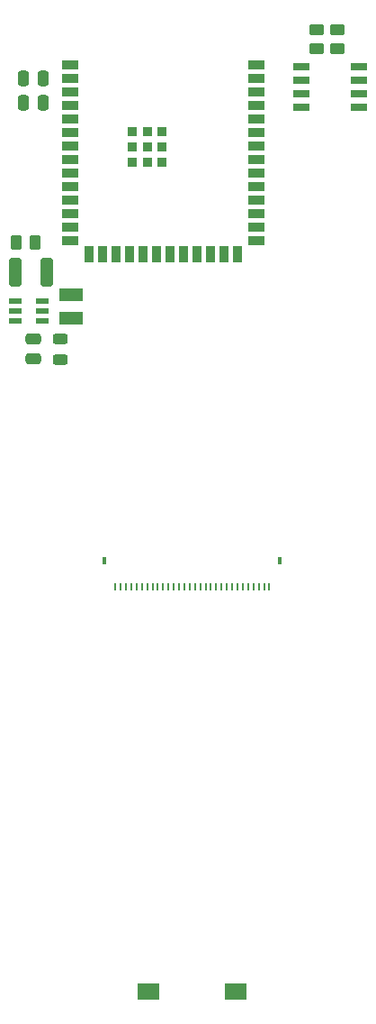
<source format=gtp>
G04 #@! TF.GenerationSoftware,KiCad,Pcbnew,8.0.1*
G04 #@! TF.CreationDate,2024-04-14T23:13:04-04:00*
G04 #@! TF.ProjectId,Bird3Controller,42697264-3343-46f6-9e74-726f6c6c6572,rev?*
G04 #@! TF.SameCoordinates,Original*
G04 #@! TF.FileFunction,Paste,Top*
G04 #@! TF.FilePolarity,Positive*
%FSLAX46Y46*%
G04 Gerber Fmt 4.6, Leading zero omitted, Abs format (unit mm)*
G04 Created by KiCad (PCBNEW 8.0.1) date 2024-04-14 23:13:04*
%MOMM*%
%LPD*%
G01*
G04 APERTURE LIST*
G04 Aperture macros list*
%AMRoundRect*
0 Rectangle with rounded corners*
0 $1 Rounding radius*
0 $2 $3 $4 $5 $6 $7 $8 $9 X,Y pos of 4 corners*
0 Add a 4 corners polygon primitive as box body*
4,1,4,$2,$3,$4,$5,$6,$7,$8,$9,$2,$3,0*
0 Add four circle primitives for the rounded corners*
1,1,$1+$1,$2,$3*
1,1,$1+$1,$4,$5*
1,1,$1+$1,$6,$7*
1,1,$1+$1,$8,$9*
0 Add four rect primitives between the rounded corners*
20,1,$1+$1,$2,$3,$4,$5,0*
20,1,$1+$1,$4,$5,$6,$7,0*
20,1,$1+$1,$6,$7,$8,$9,0*
20,1,$1+$1,$8,$9,$2,$3,0*%
G04 Aperture macros list end*
%ADD10R,2.000000X1.500000*%
%ADD11R,1.250000X0.600000*%
%ADD12R,1.525000X0.650000*%
%ADD13RoundRect,0.250000X0.325000X1.100000X-0.325000X1.100000X-0.325000X-1.100000X0.325000X-1.100000X0*%
%ADD14RoundRect,0.243750X0.456250X-0.243750X0.456250X0.243750X-0.456250X0.243750X-0.456250X-0.243750X0*%
%ADD15RoundRect,0.250000X0.250000X0.475000X-0.250000X0.475000X-0.250000X-0.475000X0.250000X-0.475000X0*%
%ADD16R,2.200000X1.200000*%
%ADD17R,1.500000X0.900000*%
%ADD18R,0.900000X1.500000*%
%ADD19R,0.900000X0.900000*%
%ADD20RoundRect,0.250000X-0.450000X0.262500X-0.450000X-0.262500X0.450000X-0.262500X0.450000X0.262500X0*%
%ADD21RoundRect,0.250000X0.450000X-0.262500X0.450000X0.262500X-0.450000X0.262500X-0.450000X-0.262500X0*%
%ADD22RoundRect,0.250000X0.475000X-0.250000X0.475000X0.250000X-0.475000X0.250000X-0.475000X-0.250000X0*%
%ADD23R,0.210000X0.760000*%
%ADD24R,0.400000X0.800000*%
%ADD25RoundRect,0.250000X-0.262500X-0.450000X0.262500X-0.450000X0.262500X0.450000X-0.262500X0.450000X0*%
G04 APERTURE END LIST*
D10*
X177900000Y-140000000D03*
X186100000Y-140000000D03*
D11*
X165366315Y-75120144D03*
X165366315Y-76070144D03*
X165366315Y-77020144D03*
X167866315Y-77020144D03*
X167866315Y-76070144D03*
X167866315Y-75120144D03*
D12*
X192288000Y-53095000D03*
X192288000Y-54365000D03*
X192288000Y-55635000D03*
X192288000Y-56905000D03*
X197712000Y-56905000D03*
X197712000Y-55635000D03*
X197712000Y-54365000D03*
X197712000Y-53095000D03*
D13*
X168325000Y-72400000D03*
X165375000Y-72400000D03*
D14*
X169566315Y-80607644D03*
X169566315Y-78732644D03*
D15*
X168000000Y-56500000D03*
X166100000Y-56500000D03*
D16*
X170566315Y-74520144D03*
X170566315Y-76720144D03*
D17*
X170500000Y-52940000D03*
X170500000Y-54210000D03*
X170500000Y-55480000D03*
X170500000Y-56750000D03*
X170500000Y-58020000D03*
X170500000Y-59290000D03*
X170500000Y-60560000D03*
X170500000Y-61830000D03*
X170500000Y-63100000D03*
X170500000Y-64370000D03*
X170500000Y-65640000D03*
X170500000Y-66910000D03*
X170500000Y-68180000D03*
X170500000Y-69450000D03*
D18*
X172265000Y-70700000D03*
X173535000Y-70700000D03*
X174805000Y-70700000D03*
X176075000Y-70700000D03*
X177345000Y-70700000D03*
X178615000Y-70700000D03*
X179885000Y-70700000D03*
X181155000Y-70700000D03*
X182425000Y-70700000D03*
X183695000Y-70700000D03*
X184965000Y-70700000D03*
X186235000Y-70700000D03*
D17*
X188000000Y-69450000D03*
X188000000Y-68180000D03*
X188000000Y-66910000D03*
X188000000Y-65640000D03*
X188000000Y-64370000D03*
X188000000Y-63100000D03*
X188000000Y-61830000D03*
X188000000Y-60560000D03*
X188000000Y-59290000D03*
X188000000Y-58020000D03*
X188000000Y-56750000D03*
X188000000Y-55480000D03*
X188000000Y-54210000D03*
X188000000Y-52940000D03*
D19*
X176350000Y-59260000D03*
X176350000Y-60660000D03*
X176350000Y-62060000D03*
X176350000Y-62060000D03*
X177750000Y-59260000D03*
X177750000Y-59260000D03*
X177750000Y-60660000D03*
X177750000Y-62060000D03*
X179150000Y-59260000D03*
X179150000Y-60660000D03*
X179150000Y-62060000D03*
D20*
X195650000Y-49637500D03*
X195650000Y-51462500D03*
D15*
X168000000Y-54250000D03*
X166100000Y-54250000D03*
D21*
X193700000Y-51462500D03*
X193700000Y-49637500D03*
D22*
X167016315Y-80570144D03*
X167016315Y-78670144D03*
D23*
X189250000Y-102000000D03*
X188750000Y-102000000D03*
X188250000Y-102000000D03*
X187750000Y-102000000D03*
X187250000Y-102000000D03*
X186750000Y-102000000D03*
X186250000Y-102000000D03*
X185750000Y-102000000D03*
X185250000Y-102000000D03*
X184750000Y-102000000D03*
X184250000Y-102000000D03*
X183750000Y-102000000D03*
X183250000Y-102000000D03*
X182750000Y-102000000D03*
X182250000Y-102000000D03*
X181750000Y-102000000D03*
X181250000Y-102000000D03*
X180750000Y-102000000D03*
X180250000Y-102000000D03*
X179750000Y-102000000D03*
X179250000Y-102000000D03*
X178750000Y-102000000D03*
X178250000Y-102000000D03*
X177750000Y-102000000D03*
X177250000Y-102000000D03*
X176750000Y-102000000D03*
X176250000Y-102000000D03*
X175750000Y-102000000D03*
X175250000Y-102000000D03*
X174750000Y-102000000D03*
D24*
X190250000Y-99500000D03*
X173750000Y-99500000D03*
D25*
X165387500Y-69600000D03*
X167212500Y-69600000D03*
M02*

</source>
